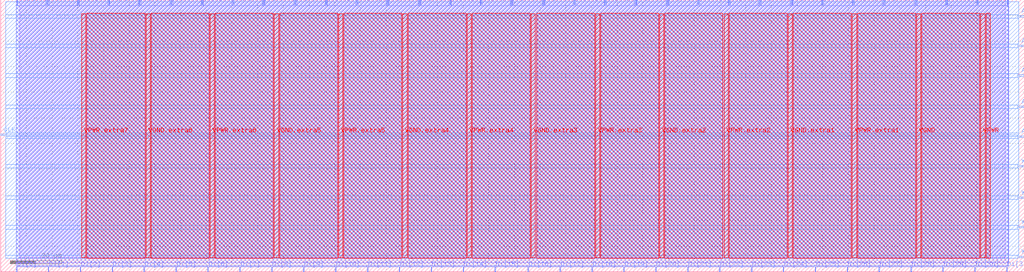
<source format=lef>
VERSION 5.7 ;
  NOWIREEXTENSIONATPIN ON ;
  DIVIDERCHAR "/" ;
  BUSBITCHARS "[]" ;
MACRO RAM32x32
  CLASS BLOCK ;
  FOREIGN RAM32x32 ;
  ORIGIN 0.000 0.000 ;
  SIZE 398.360 BY 106.080 ;
  PIN A[0]
    DIRECTION INPUT ;
    USE SIGNAL ;
    PORT
      LAYER met3 ;
        RECT 396.360 52.400 398.360 53.000 ;
    END
  END A[0]
  PIN A[1]
    DIRECTION INPUT ;
    USE SIGNAL ;
    PORT
      LAYER met3 ;
        RECT 396.360 63.960 398.360 64.560 ;
    END
  END A[1]
  PIN A[2]
    DIRECTION INPUT ;
    USE SIGNAL ;
    PORT
      LAYER met3 ;
        RECT 396.360 76.200 398.360 76.800 ;
    END
  END A[2]
  PIN A[3]
    DIRECTION INPUT ;
    USE SIGNAL ;
    PORT
      LAYER met3 ;
        RECT 396.360 87.760 398.360 88.360 ;
    END
  END A[3]
  PIN A[4]
    DIRECTION INPUT ;
    USE SIGNAL ;
    PORT
      LAYER met3 ;
        RECT 396.360 99.320 398.360 99.920 ;
    END
  END A[4]
  PIN CLK
    DIRECTION INPUT ;
    USE SIGNAL ;
    PORT
      LAYER met3 ;
        RECT 0.000 53.080 2.000 53.680 ;
    END
  END CLK
  PIN Di[0]
    DIRECTION INPUT ;
    USE SIGNAL ;
    PORT
      LAYER met2 ;
        RECT 6.070 0.000 6.350 2.000 ;
    END
  END Di[0]
  PIN Di[10]
    DIRECTION INPUT ;
    USE SIGNAL ;
    PORT
      LAYER met2 ;
        RECT 130.270 0.000 130.550 2.000 ;
    END
  END Di[10]
  PIN Di[11]
    DIRECTION INPUT ;
    USE SIGNAL ;
    PORT
      LAYER met2 ;
        RECT 142.690 0.000 142.970 2.000 ;
    END
  END Di[11]
  PIN Di[12]
    DIRECTION INPUT ;
    USE SIGNAL ;
    PORT
      LAYER met2 ;
        RECT 155.110 0.000 155.390 2.000 ;
    END
  END Di[12]
  PIN Di[13]
    DIRECTION INPUT ;
    USE SIGNAL ;
    PORT
      LAYER met2 ;
        RECT 167.530 0.000 167.810 2.000 ;
    END
  END Di[13]
  PIN Di[14]
    DIRECTION INPUT ;
    USE SIGNAL ;
    PORT
      LAYER met2 ;
        RECT 179.950 0.000 180.230 2.000 ;
    END
  END Di[14]
  PIN Di[15]
    DIRECTION INPUT ;
    USE SIGNAL ;
    PORT
      LAYER met2 ;
        RECT 192.370 0.000 192.650 2.000 ;
    END
  END Di[15]
  PIN Di[16]
    DIRECTION INPUT ;
    USE SIGNAL ;
    PORT
      LAYER met2 ;
        RECT 205.250 0.000 205.530 2.000 ;
    END
  END Di[16]
  PIN Di[17]
    DIRECTION INPUT ;
    USE SIGNAL ;
    PORT
      LAYER met2 ;
        RECT 217.670 0.000 217.950 2.000 ;
    END
  END Di[17]
  PIN Di[18]
    DIRECTION INPUT ;
    USE SIGNAL ;
    PORT
      LAYER met2 ;
        RECT 230.090 0.000 230.370 2.000 ;
    END
  END Di[18]
  PIN Di[19]
    DIRECTION INPUT ;
    USE SIGNAL ;
    PORT
      LAYER met2 ;
        RECT 242.510 0.000 242.790 2.000 ;
    END
  END Di[19]
  PIN Di[1]
    DIRECTION INPUT ;
    USE SIGNAL ;
    PORT
      LAYER met2 ;
        RECT 18.490 0.000 18.770 2.000 ;
    END
  END Di[1]
  PIN Di[20]
    DIRECTION INPUT ;
    USE SIGNAL ;
    PORT
      LAYER met2 ;
        RECT 254.930 0.000 255.210 2.000 ;
    END
  END Di[20]
  PIN Di[21]
    DIRECTION INPUT ;
    USE SIGNAL ;
    PORT
      LAYER met2 ;
        RECT 267.350 0.000 267.630 2.000 ;
    END
  END Di[21]
  PIN Di[22]
    DIRECTION INPUT ;
    USE SIGNAL ;
    PORT
      LAYER met2 ;
        RECT 279.770 0.000 280.050 2.000 ;
    END
  END Di[22]
  PIN Di[23]
    DIRECTION INPUT ;
    USE SIGNAL ;
    PORT
      LAYER met2 ;
        RECT 292.190 0.000 292.470 2.000 ;
    END
  END Di[23]
  PIN Di[24]
    DIRECTION INPUT ;
    USE SIGNAL ;
    PORT
      LAYER met2 ;
        RECT 304.610 0.000 304.890 2.000 ;
    END
  END Di[24]
  PIN Di[25]
    DIRECTION INPUT ;
    USE SIGNAL ;
    PORT
      LAYER met2 ;
        RECT 317.030 0.000 317.310 2.000 ;
    END
  END Di[25]
  PIN Di[26]
    DIRECTION INPUT ;
    USE SIGNAL ;
    PORT
      LAYER met2 ;
        RECT 329.450 0.000 329.730 2.000 ;
    END
  END Di[26]
  PIN Di[27]
    DIRECTION INPUT ;
    USE SIGNAL ;
    PORT
      LAYER met2 ;
        RECT 341.870 0.000 342.150 2.000 ;
    END
  END Di[27]
  PIN Di[28]
    DIRECTION INPUT ;
    USE SIGNAL ;
    PORT
      LAYER met2 ;
        RECT 354.290 0.000 354.570 2.000 ;
    END
  END Di[28]
  PIN Di[29]
    DIRECTION INPUT ;
    USE SIGNAL ;
    PORT
      LAYER met2 ;
        RECT 366.710 0.000 366.990 2.000 ;
    END
  END Di[29]
  PIN Di[2]
    DIRECTION INPUT ;
    USE SIGNAL ;
    PORT
      LAYER met2 ;
        RECT 30.910 0.000 31.190 2.000 ;
    END
  END Di[2]
  PIN Di[30]
    DIRECTION INPUT ;
    USE SIGNAL ;
    PORT
      LAYER met2 ;
        RECT 379.130 0.000 379.410 2.000 ;
    END
  END Di[30]
  PIN Di[31]
    DIRECTION INPUT ;
    USE SIGNAL ;
    PORT
      LAYER met2 ;
        RECT 391.550 0.000 391.830 2.000 ;
    END
  END Di[31]
  PIN Di[3]
    DIRECTION INPUT ;
    USE SIGNAL ;
    PORT
      LAYER met2 ;
        RECT 43.330 0.000 43.610 2.000 ;
    END
  END Di[3]
  PIN Di[4]
    DIRECTION INPUT ;
    USE SIGNAL ;
    PORT
      LAYER met2 ;
        RECT 55.750 0.000 56.030 2.000 ;
    END
  END Di[4]
  PIN Di[5]
    DIRECTION INPUT ;
    USE SIGNAL ;
    PORT
      LAYER met2 ;
        RECT 68.170 0.000 68.450 2.000 ;
    END
  END Di[5]
  PIN Di[6]
    DIRECTION INPUT ;
    USE SIGNAL ;
    PORT
      LAYER met2 ;
        RECT 80.590 0.000 80.870 2.000 ;
    END
  END Di[6]
  PIN Di[7]
    DIRECTION INPUT ;
    USE SIGNAL ;
    PORT
      LAYER met2 ;
        RECT 93.010 0.000 93.290 2.000 ;
    END
  END Di[7]
  PIN Di[8]
    DIRECTION INPUT ;
    USE SIGNAL ;
    PORT
      LAYER met2 ;
        RECT 105.430 0.000 105.710 2.000 ;
    END
  END Di[8]
  PIN Di[9]
    DIRECTION INPUT ;
    USE SIGNAL ;
    PORT
      LAYER met2 ;
        RECT 117.850 0.000 118.130 2.000 ;
    END
  END Di[9]
  PIN Do[0]
    DIRECTION OUTPUT TRISTATE ;
    USE SIGNAL ;
    PORT
      LAYER met2 ;
        RECT 6.070 104.080 6.350 106.080 ;
    END
  END Do[0]
  PIN Do[10]
    DIRECTION OUTPUT TRISTATE ;
    USE SIGNAL ;
    PORT
      LAYER met2 ;
        RECT 126.590 104.080 126.870 106.080 ;
    END
  END Do[10]
  PIN Do[11]
    DIRECTION OUTPUT TRISTATE ;
    USE SIGNAL ;
    PORT
      LAYER met2 ;
        RECT 138.550 104.080 138.830 106.080 ;
    END
  END Do[11]
  PIN Do[12]
    DIRECTION OUTPUT TRISTATE ;
    USE SIGNAL ;
    PORT
      LAYER met2 ;
        RECT 150.510 104.080 150.790 106.080 ;
    END
  END Do[12]
  PIN Do[13]
    DIRECTION OUTPUT TRISTATE ;
    USE SIGNAL ;
    PORT
      LAYER met2 ;
        RECT 162.930 104.080 163.210 106.080 ;
    END
  END Do[13]
  PIN Do[14]
    DIRECTION OUTPUT TRISTATE ;
    USE SIGNAL ;
    PORT
      LAYER met2 ;
        RECT 174.890 104.080 175.170 106.080 ;
    END
  END Do[14]
  PIN Do[15]
    DIRECTION OUTPUT TRISTATE ;
    USE SIGNAL ;
    PORT
      LAYER met2 ;
        RECT 186.850 104.080 187.130 106.080 ;
    END
  END Do[15]
  PIN Do[16]
    DIRECTION OUTPUT TRISTATE ;
    USE SIGNAL ;
    PORT
      LAYER met2 ;
        RECT 198.810 104.080 199.090 106.080 ;
    END
  END Do[16]
  PIN Do[17]
    DIRECTION OUTPUT TRISTATE ;
    USE SIGNAL ;
    PORT
      LAYER met2 ;
        RECT 211.230 104.080 211.510 106.080 ;
    END
  END Do[17]
  PIN Do[18]
    DIRECTION OUTPUT TRISTATE ;
    USE SIGNAL ;
    PORT
      LAYER met2 ;
        RECT 223.190 104.080 223.470 106.080 ;
    END
  END Do[18]
  PIN Do[19]
    DIRECTION OUTPUT TRISTATE ;
    USE SIGNAL ;
    PORT
      LAYER met2 ;
        RECT 235.150 104.080 235.430 106.080 ;
    END
  END Do[19]
  PIN Do[1]
    DIRECTION OUTPUT TRISTATE ;
    USE SIGNAL ;
    PORT
      LAYER met2 ;
        RECT 18.030 104.080 18.310 106.080 ;
    END
  END Do[1]
  PIN Do[20]
    DIRECTION OUTPUT TRISTATE ;
    USE SIGNAL ;
    PORT
      LAYER met2 ;
        RECT 247.110 104.080 247.390 106.080 ;
    END
  END Do[20]
  PIN Do[21]
    DIRECTION OUTPUT TRISTATE ;
    USE SIGNAL ;
    PORT
      LAYER met2 ;
        RECT 259.530 104.080 259.810 106.080 ;
    END
  END Do[21]
  PIN Do[22]
    DIRECTION OUTPUT TRISTATE ;
    USE SIGNAL ;
    PORT
      LAYER met2 ;
        RECT 271.490 104.080 271.770 106.080 ;
    END
  END Do[22]
  PIN Do[23]
    DIRECTION OUTPUT TRISTATE ;
    USE SIGNAL ;
    PORT
      LAYER met2 ;
        RECT 283.450 104.080 283.730 106.080 ;
    END
  END Do[23]
  PIN Do[24]
    DIRECTION OUTPUT TRISTATE ;
    USE SIGNAL ;
    PORT
      LAYER met2 ;
        RECT 295.410 104.080 295.690 106.080 ;
    END
  END Do[24]
  PIN Do[25]
    DIRECTION OUTPUT TRISTATE ;
    USE SIGNAL ;
    PORT
      LAYER met2 ;
        RECT 307.830 104.080 308.110 106.080 ;
    END
  END Do[25]
  PIN Do[26]
    DIRECTION OUTPUT TRISTATE ;
    USE SIGNAL ;
    PORT
      LAYER met2 ;
        RECT 319.790 104.080 320.070 106.080 ;
    END
  END Do[26]
  PIN Do[27]
    DIRECTION OUTPUT TRISTATE ;
    USE SIGNAL ;
    PORT
      LAYER met2 ;
        RECT 331.750 104.080 332.030 106.080 ;
    END
  END Do[27]
  PIN Do[28]
    DIRECTION OUTPUT TRISTATE ;
    USE SIGNAL ;
    PORT
      LAYER met2 ;
        RECT 343.710 104.080 343.990 106.080 ;
    END
  END Do[28]
  PIN Do[29]
    DIRECTION OUTPUT TRISTATE ;
    USE SIGNAL ;
    PORT
      LAYER met2 ;
        RECT 356.130 104.080 356.410 106.080 ;
    END
  END Do[29]
  PIN Do[2]
    DIRECTION OUTPUT TRISTATE ;
    USE SIGNAL ;
    PORT
      LAYER met2 ;
        RECT 29.990 104.080 30.270 106.080 ;
    END
  END Do[2]
  PIN Do[30]
    DIRECTION OUTPUT TRISTATE ;
    USE SIGNAL ;
    PORT
      LAYER met2 ;
        RECT 368.090 104.080 368.370 106.080 ;
    END
  END Do[30]
  PIN Do[31]
    DIRECTION OUTPUT TRISTATE ;
    USE SIGNAL ;
    PORT
      LAYER met2 ;
        RECT 380.050 104.080 380.330 106.080 ;
    END
  END Do[31]
  PIN Do[3]
    DIRECTION OUTPUT TRISTATE ;
    USE SIGNAL ;
    PORT
      LAYER met2 ;
        RECT 41.950 104.080 42.230 106.080 ;
    END
  END Do[3]
  PIN Do[4]
    DIRECTION OUTPUT TRISTATE ;
    USE SIGNAL ;
    PORT
      LAYER met2 ;
        RECT 53.910 104.080 54.190 106.080 ;
    END
  END Do[4]
  PIN Do[5]
    DIRECTION OUTPUT TRISTATE ;
    USE SIGNAL ;
    PORT
      LAYER met2 ;
        RECT 66.330 104.080 66.610 106.080 ;
    END
  END Do[5]
  PIN Do[6]
    DIRECTION OUTPUT TRISTATE ;
    USE SIGNAL ;
    PORT
      LAYER met2 ;
        RECT 78.290 104.080 78.570 106.080 ;
    END
  END Do[6]
  PIN Do[7]
    DIRECTION OUTPUT TRISTATE ;
    USE SIGNAL ;
    PORT
      LAYER met2 ;
        RECT 90.250 104.080 90.530 106.080 ;
    END
  END Do[7]
  PIN Do[8]
    DIRECTION OUTPUT TRISTATE ;
    USE SIGNAL ;
    PORT
      LAYER met2 ;
        RECT 102.210 104.080 102.490 106.080 ;
    END
  END Do[8]
  PIN Do[9]
    DIRECTION OUTPUT TRISTATE ;
    USE SIGNAL ;
    PORT
      LAYER met2 ;
        RECT 114.630 104.080 114.910 106.080 ;
    END
  END Do[9]
  PIN EN
    DIRECTION INPUT ;
    USE SIGNAL ;
    PORT
      LAYER met2 ;
        RECT 392.010 104.080 392.290 106.080 ;
    END
  END EN
  PIN WE[0]
    DIRECTION INPUT ;
    USE SIGNAL ;
    PORT
      LAYER met3 ;
        RECT 396.360 5.480 398.360 6.080 ;
    END
  END WE[0]
  PIN WE[1]
    DIRECTION INPUT ;
    USE SIGNAL ;
    PORT
      LAYER met3 ;
        RECT 396.360 17.040 398.360 17.640 ;
    END
  END WE[1]
  PIN WE[2]
    DIRECTION INPUT ;
    USE SIGNAL ;
    PORT
      LAYER met3 ;
        RECT 396.360 28.600 398.360 29.200 ;
    END
  END WE[2]
  PIN WE[3]
    DIRECTION INPUT ;
    USE SIGNAL ;
    PORT
      LAYER met3 ;
        RECT 396.360 40.840 398.360 41.440 ;
    END
  END WE[3]
  PIN VPWR
    DIRECTION INOUT ;
    USE POWER ;
    PORT
      LAYER met4 ;
        RECT 381.560 5.355 383.160 100.725 ;
    END
  END VPWR
  PIN VPWR.extra1
    DIRECTION INOUT ;
    USE POWER ;
    PORT
      LAYER met4 ;
        RECT 331.560 5.355 333.160 100.725 ;
    END
  END VPWR.extra1
  PIN VPWR.extra2
    DIRECTION INOUT ;
    USE POWER ;
    PORT
      LAYER met4 ;
        RECT 281.560 5.355 283.160 100.725 ;
    END
  END VPWR.extra2
  PIN VPWR.extra3
    DIRECTION INOUT ;
    USE POWER ;
    PORT
      LAYER met4 ;
        RECT 231.560 5.355 233.160 100.725 ;
    END
  END VPWR.extra3
  PIN VPWR.extra4
    DIRECTION INOUT ;
    USE POWER ;
    PORT
      LAYER met4 ;
        RECT 181.560 5.355 183.160 100.725 ;
    END
  END VPWR.extra4
  PIN VPWR.extra5
    DIRECTION INOUT ;
    USE POWER ;
    PORT
      LAYER met4 ;
        RECT 131.560 5.355 133.160 100.725 ;
    END
  END VPWR.extra5
  PIN VPWR.extra6
    DIRECTION INOUT ;
    USE POWER ;
    PORT
      LAYER met4 ;
        RECT 81.560 5.355 83.160 100.725 ;
    END
  END VPWR.extra6
  PIN VPWR.extra7
    DIRECTION INOUT ;
    USE POWER ;
    PORT
      LAYER met4 ;
        RECT 31.560 5.355 33.160 100.725 ;
    END
  END VPWR.extra7
  PIN VGND
    DIRECTION INOUT ;
    USE GROUND ;
    PORT
      LAYER met4 ;
        RECT 356.560 5.355 358.160 100.725 ;
    END
  END VGND
  PIN VGND.extra1
    DIRECTION INOUT ;
    USE GROUND ;
    PORT
      LAYER met4 ;
        RECT 306.560 5.355 308.160 100.725 ;
    END
  END VGND.extra1
  PIN VGND.extra2
    DIRECTION INOUT ;
    USE GROUND ;
    PORT
      LAYER met4 ;
        RECT 256.560 5.355 258.160 100.725 ;
    END
  END VGND.extra2
  PIN VGND.extra3
    DIRECTION INOUT ;
    USE GROUND ;
    PORT
      LAYER met4 ;
        RECT 206.560 5.355 208.160 100.725 ;
    END
  END VGND.extra3
  PIN VGND.extra4
    DIRECTION INOUT ;
    USE GROUND ;
    PORT
      LAYER met4 ;
        RECT 156.560 5.355 158.160 100.725 ;
    END
  END VGND.extra4
  PIN VGND.extra5
    DIRECTION INOUT ;
    USE GROUND ;
    PORT
      LAYER met4 ;
        RECT 106.560 5.355 108.160 100.725 ;
    END
  END VGND.extra5
  PIN VGND.extra6
    DIRECTION INOUT ;
    USE GROUND ;
    PORT
      LAYER met4 ;
        RECT 56.560 5.355 58.160 100.725 ;
    END
  END VGND.extra6
  OBS
      LAYER li1 ;
        RECT 7.360 5.355 391.000 105.995 ;
      LAYER met1 ;
        RECT 6.050 3.440 392.310 106.040 ;
      LAYER met2 ;
        RECT 6.630 103.800 17.750 106.070 ;
        RECT 18.590 103.800 29.710 106.070 ;
        RECT 30.550 103.800 41.670 106.070 ;
        RECT 42.510 103.800 53.630 106.070 ;
        RECT 54.470 103.800 66.050 106.070 ;
        RECT 66.890 103.800 78.010 106.070 ;
        RECT 78.850 103.800 89.970 106.070 ;
        RECT 90.810 103.800 101.930 106.070 ;
        RECT 102.770 103.800 114.350 106.070 ;
        RECT 115.190 103.800 126.310 106.070 ;
        RECT 127.150 103.800 138.270 106.070 ;
        RECT 139.110 103.800 150.230 106.070 ;
        RECT 151.070 103.800 162.650 106.070 ;
        RECT 163.490 103.800 174.610 106.070 ;
        RECT 175.450 103.800 186.570 106.070 ;
        RECT 187.410 103.800 198.530 106.070 ;
        RECT 199.370 103.800 210.950 106.070 ;
        RECT 211.790 103.800 222.910 106.070 ;
        RECT 223.750 103.800 234.870 106.070 ;
        RECT 235.710 103.800 246.830 106.070 ;
        RECT 247.670 103.800 259.250 106.070 ;
        RECT 260.090 103.800 271.210 106.070 ;
        RECT 272.050 103.800 283.170 106.070 ;
        RECT 284.010 103.800 295.130 106.070 ;
        RECT 295.970 103.800 307.550 106.070 ;
        RECT 308.390 103.800 319.510 106.070 ;
        RECT 320.350 103.800 331.470 106.070 ;
        RECT 332.310 103.800 343.430 106.070 ;
        RECT 344.270 103.800 355.850 106.070 ;
        RECT 356.690 103.800 367.810 106.070 ;
        RECT 368.650 103.800 379.770 106.070 ;
        RECT 380.610 103.800 391.730 106.070 ;
        RECT 6.080 2.280 392.280 103.800 ;
        RECT 6.630 2.000 18.210 2.280 ;
        RECT 19.050 2.000 30.630 2.280 ;
        RECT 31.470 2.000 43.050 2.280 ;
        RECT 43.890 2.000 55.470 2.280 ;
        RECT 56.310 2.000 67.890 2.280 ;
        RECT 68.730 2.000 80.310 2.280 ;
        RECT 81.150 2.000 92.730 2.280 ;
        RECT 93.570 2.000 105.150 2.280 ;
        RECT 105.990 2.000 117.570 2.280 ;
        RECT 118.410 2.000 129.990 2.280 ;
        RECT 130.830 2.000 142.410 2.280 ;
        RECT 143.250 2.000 154.830 2.280 ;
        RECT 155.670 2.000 167.250 2.280 ;
        RECT 168.090 2.000 179.670 2.280 ;
        RECT 180.510 2.000 192.090 2.280 ;
        RECT 192.930 2.000 204.970 2.280 ;
        RECT 205.810 2.000 217.390 2.280 ;
        RECT 218.230 2.000 229.810 2.280 ;
        RECT 230.650 2.000 242.230 2.280 ;
        RECT 243.070 2.000 254.650 2.280 ;
        RECT 255.490 2.000 267.070 2.280 ;
        RECT 267.910 2.000 279.490 2.280 ;
        RECT 280.330 2.000 291.910 2.280 ;
        RECT 292.750 2.000 304.330 2.280 ;
        RECT 305.170 2.000 316.750 2.280 ;
        RECT 317.590 2.000 329.170 2.280 ;
        RECT 330.010 2.000 341.590 2.280 ;
        RECT 342.430 2.000 354.010 2.280 ;
        RECT 354.850 2.000 366.430 2.280 ;
        RECT 367.270 2.000 378.850 2.280 ;
        RECT 379.690 2.000 391.270 2.280 ;
        RECT 392.110 2.000 392.280 2.280 ;
      LAYER met3 ;
        RECT 2.000 100.320 396.360 105.225 ;
        RECT 2.000 98.920 395.960 100.320 ;
        RECT 2.000 88.760 396.360 98.920 ;
        RECT 2.000 87.360 395.960 88.760 ;
        RECT 2.000 77.200 396.360 87.360 ;
        RECT 2.000 75.800 395.960 77.200 ;
        RECT 2.000 64.960 396.360 75.800 ;
        RECT 2.000 63.560 395.960 64.960 ;
        RECT 2.000 54.080 396.360 63.560 ;
        RECT 2.400 53.400 396.360 54.080 ;
        RECT 2.400 52.680 395.960 53.400 ;
        RECT 2.000 52.000 395.960 52.680 ;
        RECT 2.000 41.840 396.360 52.000 ;
        RECT 2.000 40.440 395.960 41.840 ;
        RECT 2.000 29.600 396.360 40.440 ;
        RECT 2.000 28.200 395.960 29.600 ;
        RECT 2.000 18.040 396.360 28.200 ;
        RECT 2.000 16.640 395.960 18.040 ;
        RECT 2.000 6.480 396.360 16.640 ;
        RECT 2.000 5.275 395.960 6.480 ;
      LAYER met4 ;
        RECT 33.560 5.275 56.160 100.805 ;
        RECT 58.560 5.275 81.160 100.805 ;
        RECT 83.560 5.275 106.160 100.805 ;
        RECT 108.560 5.275 131.160 100.805 ;
        RECT 133.560 5.275 156.160 100.805 ;
        RECT 158.560 5.275 181.160 100.805 ;
        RECT 183.560 5.275 206.160 100.805 ;
        RECT 208.560 5.275 231.160 100.805 ;
        RECT 233.560 5.275 256.160 100.805 ;
        RECT 258.560 5.275 281.160 100.805 ;
        RECT 283.560 5.275 306.160 100.805 ;
        RECT 308.560 5.275 331.160 100.805 ;
        RECT 333.560 5.275 356.160 100.805 ;
        RECT 358.560 5.275 381.160 100.805 ;
        RECT 383.560 5.275 385.185 100.805 ;
  END
END RAM32x32
END LIBRARY


</source>
